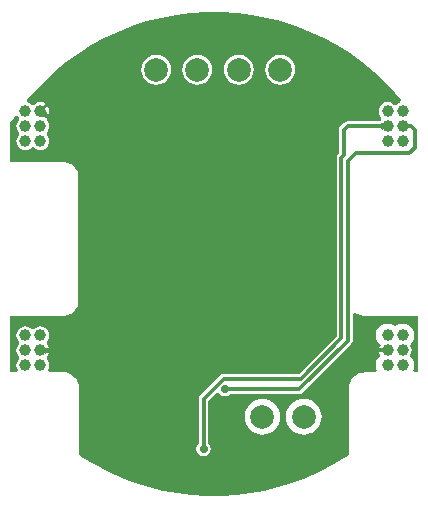
<source format=gbl>
G04*
G04 #@! TF.GenerationSoftware,Altium Limited,Altium Designer,20.1.8 (145)*
G04*
G04 Layer_Physical_Order=2*
G04 Layer_Color=16711680*
%FSLAX25Y25*%
%MOIN*%
G70*
G04*
G04 #@! TF.SameCoordinates,8766D331-E9FB-46AF-A3FE-A3E5BE2B0BC4*
G04*
G04*
G04 #@! TF.FilePolarity,Positive*
G04*
G01*
G75*
%ADD10C,0.01181*%
%ADD21C,0.03937*%
%ADD22C,0.07874*%
%ADD23C,0.02756*%
G36*
X422699Y464431D02*
X427723Y463799D01*
X432698Y462854D01*
X437604Y461599D01*
X442422Y460038D01*
X447132Y458179D01*
X451717Y456028D01*
X456157Y453593D01*
X460436Y450885D01*
X464537Y447914D01*
X468443Y444691D01*
X472140Y441230D01*
X475612Y437544D01*
X477472Y435304D01*
X477103Y434515D01*
X476529Y434277D01*
X475909Y433801D01*
X475143D01*
X474523Y434277D01*
X473801Y434576D01*
X473026Y434678D01*
X472252Y434576D01*
X471529Y434277D01*
X470909Y433801D01*
X470433Y433181D01*
X470134Y432459D01*
X470032Y431684D01*
X470134Y430909D01*
X470433Y430187D01*
X470909Y429567D01*
Y429285D01*
X470783Y428671D01*
X470781Y428669D01*
X470674Y428578D01*
X470572Y428503D01*
X470475Y428441D01*
X470383Y428393D01*
X470296Y428356D01*
X470213Y428329D01*
X470132Y428310D01*
X470100Y428306D01*
X459735D01*
X459115Y428182D01*
X458589Y427831D01*
X457314Y426556D01*
X456962Y426030D01*
X456839Y425410D01*
Y417632D01*
X456495Y417288D01*
X456144Y416762D01*
X456020Y416142D01*
Y356758D01*
X443346Y344084D01*
X418422D01*
X417801Y343961D01*
X417275Y343609D01*
X410563Y336897D01*
X410212Y336371D01*
X410088Y335750D01*
Y320864D01*
X409995Y320802D01*
X409470Y320016D01*
X409285Y319088D01*
X409470Y318160D01*
X409995Y317373D01*
X410782Y316848D01*
X411710Y316663D01*
X412638Y316848D01*
X413424Y317373D01*
X413950Y318160D01*
X414134Y319088D01*
X413950Y320016D01*
X413424Y320802D01*
X413332Y320864D01*
Y335079D01*
X415982Y337730D01*
X416973Y337607D01*
X417179Y337299D01*
X417965Y336774D01*
X418893Y336589D01*
X419821Y336774D01*
X420608Y337299D01*
X420670Y337392D01*
X443654D01*
X444274Y337516D01*
X444800Y337867D01*
X460970Y354036D01*
X461321Y354563D01*
X461445Y355183D01*
Y364132D01*
X461888Y364407D01*
X462150Y364484D01*
X462232Y364486D01*
X462286Y364432D01*
X462928Y364003D01*
X463021Y363965D01*
X463104Y363909D01*
X463817Y363613D01*
X463916Y363594D01*
X464009Y363555D01*
X464766Y363405D01*
X464841D01*
X464915Y363387D01*
X465300Y363368D01*
X465325Y363371D01*
X465350Y363366D01*
X483032D01*
Y344539D01*
X482138D01*
X481644Y345327D01*
X481862Y345853D01*
X481997Y346881D01*
X481862Y347909D01*
X481465Y348866D01*
X480834Y349689D01*
X480363Y350050D01*
X480619Y350384D01*
X480919Y351106D01*
X481020Y351881D01*
X480919Y352656D01*
X480619Y353378D01*
X480363Y353712D01*
X480834Y354073D01*
X481465Y354895D01*
X481862Y355853D01*
X481997Y356881D01*
X481862Y357909D01*
X481465Y358866D01*
X480834Y359689D01*
X480012Y360320D01*
X479054Y360717D01*
X478026Y360852D01*
X476999Y360717D01*
X476041Y360320D01*
X475526Y359925D01*
X475012Y360320D01*
X474054Y360717D01*
X473026Y360852D01*
X471999Y360717D01*
X471041Y360320D01*
X470219Y359689D01*
X469587Y358866D01*
X469191Y357909D01*
X469055Y356881D01*
X469191Y355853D01*
X469587Y354895D01*
X470219Y354073D01*
X470689Y353712D01*
X470433Y353378D01*
X470134Y352656D01*
X470032Y351881D01*
X470134Y351106D01*
X470433Y350384D01*
X470689Y350050D01*
X470219Y349689D01*
X469587Y348866D01*
X469191Y347909D01*
X469055Y346881D01*
X469191Y345853D01*
X469409Y345327D01*
X468915Y344539D01*
X465154D01*
X465129Y344534D01*
X465103Y344538D01*
X464718Y344519D01*
X464644Y344501D01*
X464569D01*
X463812Y344350D01*
X463719Y344312D01*
X463621Y344292D01*
X462908Y343997D01*
X462824Y343941D01*
X462731Y343902D01*
X462089Y343474D01*
X462018Y343403D01*
X461935Y343347D01*
X461389Y342801D01*
X461334Y342718D01*
X461263Y342647D01*
X460834Y342005D01*
X460795Y341912D01*
X460740Y341829D01*
X460444Y341116D01*
X460425Y341017D01*
X460386Y340924D01*
X460236Y340167D01*
Y340092D01*
X460217Y340019D01*
X460198Y339633D01*
X460202Y339608D01*
X460197Y339583D01*
Y317129D01*
X458623Y316068D01*
X454470Y313585D01*
X450178Y311357D01*
X445760Y309390D01*
X441232Y307691D01*
X436611Y306266D01*
X431913Y305120D01*
X427154Y304258D01*
X422353Y303683D01*
X417526Y303396D01*
X412690Y303399D01*
X407863Y303691D01*
X403062Y304272D01*
X398305Y305140D01*
X393608Y306290D01*
X388988Y307720D01*
X384462Y309424D01*
X380047Y311397D01*
X375757Y313630D01*
X371609Y316115D01*
X370058Y317177D01*
X370065Y339614D01*
X370060Y339639D01*
X370064Y339664D01*
X370045Y340050D01*
X370026Y340123D01*
Y340199D01*
X369876Y340956D01*
X369837Y341048D01*
X369818Y341147D01*
X369523Y341860D01*
X369467Y341943D01*
X369428Y342036D01*
X369000Y342678D01*
X368929Y342749D01*
X368873Y342832D01*
X368327Y343378D01*
X368244Y343434D01*
X368173Y343505D01*
X367531Y343934D01*
X367438Y343972D01*
X367354Y344028D01*
X366641Y344323D01*
X366543Y344343D01*
X366450Y344381D01*
X365693Y344532D01*
X365618D01*
X365544Y344550D01*
X365159Y344569D01*
X365133Y344565D01*
X365108Y344570D01*
X360240D01*
X359851Y345358D01*
X359871Y345384D01*
X360171Y346106D01*
X360273Y346881D01*
X360171Y347656D01*
X359871Y348378D01*
X359396Y348998D01*
Y349764D01*
X359871Y350384D01*
X360171Y351106D01*
X360194Y351284D01*
X360162Y351282D01*
X359989Y351259D01*
X359818Y351219D01*
X359650Y351164D01*
X359483Y351093D01*
X359319Y351007D01*
X359157Y350904D01*
X358997Y350786D01*
X358840Y350653D01*
X358684Y350503D01*
Y353259D01*
X358840Y353109D01*
X358997Y352975D01*
X359157Y352857D01*
X359319Y352755D01*
X359483Y352668D01*
X359650Y352597D01*
X359818Y352542D01*
X359989Y352503D01*
X360162Y352479D01*
X360194Y352478D01*
X360171Y352656D01*
X359871Y353378D01*
X359396Y353998D01*
Y354764D01*
X359871Y355384D01*
X360171Y356106D01*
X360273Y356881D01*
X360171Y357656D01*
X359871Y358378D01*
X359396Y358998D01*
X358775Y359474D01*
X358053Y359773D01*
X357278Y359875D01*
X356503Y359773D01*
X355781Y359474D01*
X355161Y358998D01*
X354396D01*
X353775Y359474D01*
X353053Y359773D01*
X352278Y359875D01*
X351503Y359773D01*
X350781Y359474D01*
X350161Y358998D01*
X349685Y358378D01*
X349386Y357656D01*
X349284Y356881D01*
X349386Y356106D01*
X349685Y355384D01*
X350161Y354764D01*
Y353998D01*
X349685Y353378D01*
X349386Y352656D01*
X349284Y351881D01*
X349386Y351106D01*
X349685Y350384D01*
X350161Y349764D01*
Y348998D01*
X349685Y348378D01*
X349386Y347656D01*
X349284Y346881D01*
X349386Y346106D01*
X349685Y345384D01*
X349705Y345358D01*
X349317Y344570D01*
X347230D01*
Y363366D01*
X364957D01*
X364982Y363371D01*
X365007Y363368D01*
X365393Y363387D01*
X365466Y363405D01*
X365542D01*
X366298Y363555D01*
X366391Y363594D01*
X366490Y363613D01*
X367203Y363909D01*
X367286Y363965D01*
X367379Y364003D01*
X368021Y364432D01*
X368092Y364503D01*
X368175Y364559D01*
X368721Y365104D01*
X368777Y365188D01*
X368848Y365259D01*
X369276Y365900D01*
X369315Y365993D01*
X369371Y366077D01*
X369666Y366790D01*
X369686Y366888D01*
X369724Y366981D01*
X369875Y367738D01*
Y367814D01*
X369893Y367887D01*
X369912Y368273D01*
X369908Y368298D01*
X369913Y368323D01*
Y409661D01*
X369908Y409686D01*
X369912Y409712D01*
X369893Y410097D01*
X369875Y410171D01*
Y410246D01*
X369724Y411003D01*
X369686Y411096D01*
X369666Y411194D01*
X369371Y411907D01*
X369315Y411991D01*
X369276Y412084D01*
X368848Y412725D01*
X368777Y412796D01*
X368721Y412880D01*
X368175Y413426D01*
X368092Y413482D01*
X368021Y413553D01*
X367379Y413981D01*
X367286Y414020D01*
X367203Y414076D01*
X366490Y414371D01*
X366391Y414390D01*
X366298Y414429D01*
X365542Y414579D01*
X365466D01*
X365393Y414598D01*
X365007Y414617D01*
X364982Y414613D01*
X364957Y414618D01*
X347230D01*
Y427601D01*
X348431Y429487D01*
X348934Y430180D01*
X349802Y430034D01*
X350161Y429567D01*
Y428801D01*
X349685Y428181D01*
X349386Y427459D01*
X349284Y426684D01*
X349386Y425909D01*
X349685Y425187D01*
X350161Y424567D01*
Y423801D01*
X349685Y423181D01*
X349386Y422459D01*
X349284Y421684D01*
X349386Y420909D01*
X349685Y420187D01*
X350161Y419567D01*
X350781Y419091D01*
X351503Y418792D01*
X352278Y418690D01*
X353053Y418792D01*
X353775Y419091D01*
X354396Y419567D01*
X355161D01*
X355781Y419091D01*
X356503Y418792D01*
X357278Y418690D01*
X358053Y418792D01*
X358775Y419091D01*
X359396Y419567D01*
X359871Y420187D01*
X360171Y420909D01*
X360273Y421684D01*
X360171Y422459D01*
X359871Y423181D01*
X359396Y423801D01*
Y424567D01*
X359871Y425187D01*
X360171Y425909D01*
X360273Y426684D01*
X360171Y427459D01*
X359871Y428181D01*
X359396Y428801D01*
Y429421D01*
X359282Y429265D01*
X359149Y429386D01*
X359008Y429490D01*
X358859Y429579D01*
X358702Y429651D01*
X358537Y429707D01*
X358365Y429746D01*
X358184Y429769D01*
X357995Y429776D01*
X357799Y429767D01*
X357594Y429741D01*
X359227Y431961D01*
X359264Y431740D01*
X359363Y431330D01*
X359426Y431141D01*
X359497Y430963D01*
X359577Y430796D01*
X359665Y430639D01*
X359763Y430493D01*
X359869Y430358D01*
X359919Y430303D01*
X360171Y430909D01*
X360273Y431684D01*
X360171Y432459D01*
X359871Y433181D01*
X359702Y433401D01*
X357632Y431330D01*
X356925Y432038D01*
X358995Y434108D01*
X358775Y434277D01*
X358053Y434576D01*
X357278Y434678D01*
X356503Y434576D01*
X355781Y434277D01*
X355161Y433801D01*
X354396D01*
X353775Y434277D01*
X353204Y434514D01*
X352836Y435304D01*
X354641Y437482D01*
X358109Y441172D01*
X361802Y444637D01*
X365705Y447863D01*
X369803Y450839D01*
X374079Y453551D01*
X378517Y455990D01*
X383100Y458146D01*
X387808Y460010D01*
X392624Y461576D01*
X397529Y462836D01*
X402503Y463786D01*
X407527Y464423D01*
X412580Y464743D01*
X417645Y464746D01*
X422699Y464431D01*
D02*
G37*
G36*
X479797Y427565D02*
X479856Y427504D01*
X479929Y427450D01*
X480015Y427403D01*
X480114Y427364D01*
X480226Y427332D01*
X480352Y427307D01*
X480491Y427289D01*
X480643Y427278D01*
X480808Y427275D01*
Y426093D01*
X480643Y426090D01*
X480352Y426061D01*
X480226Y426036D01*
X480114Y426004D01*
X480015Y425964D01*
X479929Y425918D01*
X479856Y425864D01*
X479797Y425803D01*
X479751Y425735D01*
Y427633D01*
X479797Y427565D01*
D02*
G37*
G36*
X471621Y425306D02*
X471465Y425456D01*
X471308Y425590D01*
X471148Y425708D01*
X470986Y425810D01*
X470821Y425897D01*
X470655Y425968D01*
X470486Y426023D01*
X470316Y426062D01*
X470143Y426086D01*
X469968Y426093D01*
Y427275D01*
X470143Y427282D01*
X470316Y427306D01*
X470486Y427345D01*
X470655Y427400D01*
X470821Y427471D01*
X470986Y427558D01*
X471148Y427660D01*
X471308Y427778D01*
X471465Y427912D01*
X471621Y428062D01*
Y425306D01*
D02*
G37*
G36*
X419787Y339796D02*
X419846Y339756D01*
X419914Y339720D01*
X419990Y339690D01*
X420075Y339664D01*
X420167Y339642D01*
X420269Y339626D01*
X420379Y339614D01*
X420625Y339604D01*
Y338423D01*
X420498Y338421D01*
X420269Y338402D01*
X420167Y338386D01*
X420075Y338364D01*
X419990Y338338D01*
X419914Y338308D01*
X419846Y338272D01*
X419787Y338232D01*
X419737Y338187D01*
Y339841D01*
X419787Y339796D01*
D02*
G37*
G36*
X412303Y320692D02*
X412322Y320464D01*
X412338Y320362D01*
X412359Y320269D01*
X412385Y320184D01*
X412416Y320109D01*
X412452Y320041D01*
X412492Y319982D01*
X412537Y319931D01*
X410883D01*
X410928Y319982D01*
X410968Y320041D01*
X411003Y320109D01*
X411034Y320184D01*
X411060Y320269D01*
X411082Y320362D01*
X411098Y320464D01*
X411110Y320574D01*
X411119Y320819D01*
X412300D01*
X412303Y320692D01*
D02*
G37*
%LPC*%
G36*
X437201Y450468D02*
X435912Y450298D01*
X434711Y449801D01*
X433680Y449009D01*
X432888Y447978D01*
X432391Y446777D01*
X432221Y445488D01*
X432391Y444199D01*
X432888Y442998D01*
X433680Y441967D01*
X434711Y441176D01*
X435912Y440678D01*
X437201Y440509D01*
X438490Y440678D01*
X439691Y441176D01*
X440722Y441967D01*
X441513Y442998D01*
X442011Y444199D01*
X442180Y445488D01*
X442011Y446777D01*
X441513Y447978D01*
X440722Y449009D01*
X439691Y449801D01*
X438490Y450298D01*
X437201Y450468D01*
D02*
G37*
G36*
X423421D02*
X422132Y450298D01*
X420931Y449801D01*
X419900Y449009D01*
X419109Y447978D01*
X418611Y446777D01*
X418442Y445488D01*
X418611Y444199D01*
X419109Y442998D01*
X419900Y441967D01*
X420931Y441176D01*
X422132Y440678D01*
X423421Y440509D01*
X424710Y440678D01*
X425911Y441176D01*
X426942Y441967D01*
X427734Y442998D01*
X428231Y444199D01*
X428401Y445488D01*
X428231Y446777D01*
X427734Y447978D01*
X426942Y449009D01*
X425911Y449801D01*
X424710Y450298D01*
X423421Y450468D01*
D02*
G37*
G36*
X409642D02*
X408353Y450298D01*
X407152Y449801D01*
X406121Y449009D01*
X405329Y447978D01*
X404832Y446777D01*
X404662Y445488D01*
X404832Y444199D01*
X405329Y442998D01*
X406121Y441967D01*
X407152Y441176D01*
X408353Y440678D01*
X409642Y440509D01*
X410931Y440678D01*
X412132Y441176D01*
X413163Y441967D01*
X413954Y442998D01*
X414452Y444199D01*
X414621Y445488D01*
X414452Y446777D01*
X413954Y447978D01*
X413163Y449009D01*
X412132Y449801D01*
X410931Y450298D01*
X409642Y450468D01*
D02*
G37*
G36*
X395862D02*
X394573Y450298D01*
X393372Y449801D01*
X392341Y449009D01*
X391550Y447978D01*
X391052Y446777D01*
X390883Y445488D01*
X391052Y444199D01*
X391550Y442998D01*
X392341Y441967D01*
X393372Y441176D01*
X394573Y440678D01*
X395862Y440509D01*
X397151Y440678D01*
X398352Y441176D01*
X399383Y441967D01*
X400175Y442998D01*
X400672Y444199D01*
X400842Y445488D01*
X400672Y446777D01*
X400175Y447978D01*
X399383Y449009D01*
X398352Y449801D01*
X397151Y450298D01*
X395862Y450468D01*
D02*
G37*
G36*
X445075Y335674D02*
X443917Y335560D01*
X442804Y335223D01*
X441778Y334674D01*
X440879Y333936D01*
X440141Y333037D01*
X439592Y332011D01*
X439255Y330898D01*
X439141Y329740D01*
X439255Y328583D01*
X439592Y327469D01*
X440141Y326443D01*
X440879Y325544D01*
X441778Y324806D01*
X442804Y324258D01*
X443917Y323920D01*
X445075Y323806D01*
X446233Y323920D01*
X447346Y324258D01*
X448372Y324806D01*
X449271Y325544D01*
X450009Y326443D01*
X450557Y327469D01*
X450895Y328583D01*
X451009Y329740D01*
X450895Y330898D01*
X450557Y332011D01*
X450009Y333037D01*
X449271Y333936D01*
X448372Y334674D01*
X447346Y335223D01*
X446233Y335560D01*
X445075Y335674D01*
D02*
G37*
G36*
X431295D02*
X430138Y335560D01*
X429024Y335223D01*
X427998Y334674D01*
X427099Y333936D01*
X426361Y333037D01*
X425813Y332011D01*
X425475Y330898D01*
X425361Y329740D01*
X425475Y328583D01*
X425813Y327469D01*
X426361Y326443D01*
X427099Y325544D01*
X427998Y324806D01*
X429024Y324258D01*
X430138Y323920D01*
X431295Y323806D01*
X432453Y323920D01*
X433566Y324258D01*
X434592Y324806D01*
X435491Y325544D01*
X436229Y326443D01*
X436778Y327469D01*
X437115Y328583D01*
X437229Y329740D01*
X437115Y330898D01*
X436778Y332011D01*
X436229Y333037D01*
X435491Y333936D01*
X434592Y334674D01*
X433566Y335223D01*
X432453Y335560D01*
X431295Y335674D01*
D02*
G37*
%LPD*%
D10*
X418893Y339014D02*
X443654D01*
X459823Y355183D01*
X418422Y342462D02*
X444017D01*
X411710Y335750D02*
X418422Y342462D01*
X411710Y319088D02*
Y335750D01*
X444017Y342462D02*
X457642Y356087D01*
X478026Y426684D02*
X480808D01*
X482083Y425410D01*
Y419504D02*
Y425410D01*
X480114Y417535D02*
X482083Y419504D01*
X462398Y417535D02*
X480114D01*
X459823Y414961D02*
X462398Y417535D01*
X459823Y355183D02*
Y414961D01*
X459735Y426684D02*
X473026D01*
X458461Y425410D02*
X459735Y426684D01*
X458461Y416961D02*
Y425410D01*
X457642Y416142D02*
X458461Y416961D01*
X457642Y356087D02*
Y416142D01*
X357278Y351881D02*
X361314D01*
X472999Y351908D02*
X473026Y351881D01*
X468970Y351908D02*
X472999D01*
X357278Y431684D02*
X357698D01*
X360035Y429347D01*
D21*
X473026Y431684D02*
D03*
X478026D02*
D03*
X473026Y426684D02*
D03*
X478026D02*
D03*
X473026Y421684D02*
D03*
X478026D02*
D03*
X352278Y431684D02*
D03*
X357278D02*
D03*
X352278Y426684D02*
D03*
X357278D02*
D03*
X352278Y421684D02*
D03*
X357278D02*
D03*
X473026Y356881D02*
D03*
X478026D02*
D03*
X473026Y351881D02*
D03*
X478026D02*
D03*
X473026Y346881D02*
D03*
X478026D02*
D03*
X357278D02*
D03*
X352278D02*
D03*
X357278Y351881D02*
D03*
X352278D02*
D03*
X357278Y356881D02*
D03*
X352278D02*
D03*
D22*
X395862Y445488D02*
D03*
X409642D02*
D03*
X423421D02*
D03*
X437201D02*
D03*
X431295Y329740D02*
D03*
X445075D02*
D03*
D23*
X418893Y339014D02*
D03*
X411710Y319088D02*
D03*
M02*

</source>
